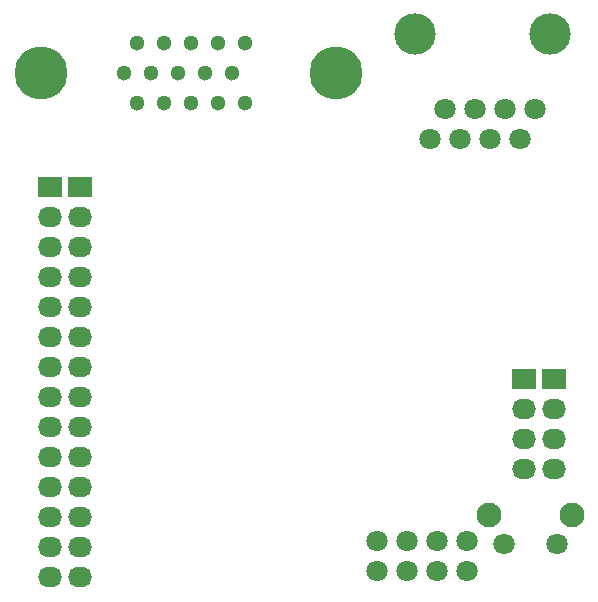
<source format=gbs>
G04 #@! TF.FileFunction,Soldermask,Bot*
%FSLAX46Y46*%
G04 Gerber Fmt 4.6, Leading zero omitted, Abs format (unit mm)*
G04 Created by KiCad (PCBNEW 4.0.0-2.201512091501+6195~38~ubuntu14.04.1-stable) date Wed 16 Dec 2015 16:01:55 GMT*
%MOMM*%
G01*
G04 APERTURE LIST*
%ADD10C,0.100000*%
%ADD11C,1.800000*%
%ADD12C,3.500000*%
%ADD13C,2.100000*%
%ADD14C,1.300000*%
%ADD15C,4.500000*%
%ADD16R,2.032000X1.727200*%
%ADD17O,2.032000X1.727200*%
G04 APERTURE END LIST*
D10*
D11*
X142621000Y-108712000D03*
X140081000Y-108712000D03*
X145161000Y-108712000D03*
X137541000Y-108712000D03*
X138811000Y-111252000D03*
X136271000Y-111252000D03*
X141351000Y-111252000D03*
X143891000Y-111252000D03*
D12*
X135001000Y-102362000D03*
X146431000Y-102362000D03*
D11*
X142530000Y-145522000D03*
X147030000Y-145522000D03*
D13*
X141280000Y-143022000D03*
X148280000Y-143022000D03*
D11*
X136906000Y-147828000D03*
X139446000Y-147828000D03*
X134366000Y-147828000D03*
X131826000Y-147828000D03*
X139446000Y-145288000D03*
X136906000Y-145288000D03*
X134366000Y-145288000D03*
X131826000Y-145288000D03*
D14*
X120654000Y-103124000D03*
X118364000Y-103124000D03*
X116074000Y-103124000D03*
X113784000Y-103124000D03*
X111494000Y-103124000D03*
X119514000Y-105664000D03*
X117224000Y-105664000D03*
X114934000Y-105664000D03*
X112644000Y-105664000D03*
X110354000Y-105664000D03*
X120654000Y-108204000D03*
X118364000Y-108204000D03*
X116074000Y-108204000D03*
X113784000Y-108204000D03*
X111494000Y-108204000D03*
D15*
X103329000Y-105664000D03*
X128319000Y-105664000D03*
D16*
X104140000Y-115316000D03*
D17*
X104140000Y-117856000D03*
X104140000Y-120396000D03*
X104140000Y-122936000D03*
X104140000Y-125476000D03*
X104140000Y-128016000D03*
X104140000Y-130556000D03*
X104140000Y-133096000D03*
X104140000Y-135636000D03*
X104140000Y-138176000D03*
X104140000Y-140716000D03*
X104140000Y-143256000D03*
X104140000Y-145796000D03*
X104140000Y-148336000D03*
D16*
X106680000Y-115316000D03*
D17*
X106680000Y-117856000D03*
X106680000Y-120396000D03*
X106680000Y-122936000D03*
X106680000Y-125476000D03*
X106680000Y-128016000D03*
X106680000Y-130556000D03*
X106680000Y-133096000D03*
X106680000Y-135636000D03*
X106680000Y-138176000D03*
X106680000Y-140716000D03*
X106680000Y-143256000D03*
X106680000Y-145796000D03*
X106680000Y-148336000D03*
D16*
X146812000Y-131572000D03*
D17*
X146812000Y-134112000D03*
X146812000Y-136652000D03*
X146812000Y-139192000D03*
D16*
X144272000Y-131572000D03*
D17*
X144272000Y-134112000D03*
X144272000Y-136652000D03*
X144272000Y-139192000D03*
M02*

</source>
